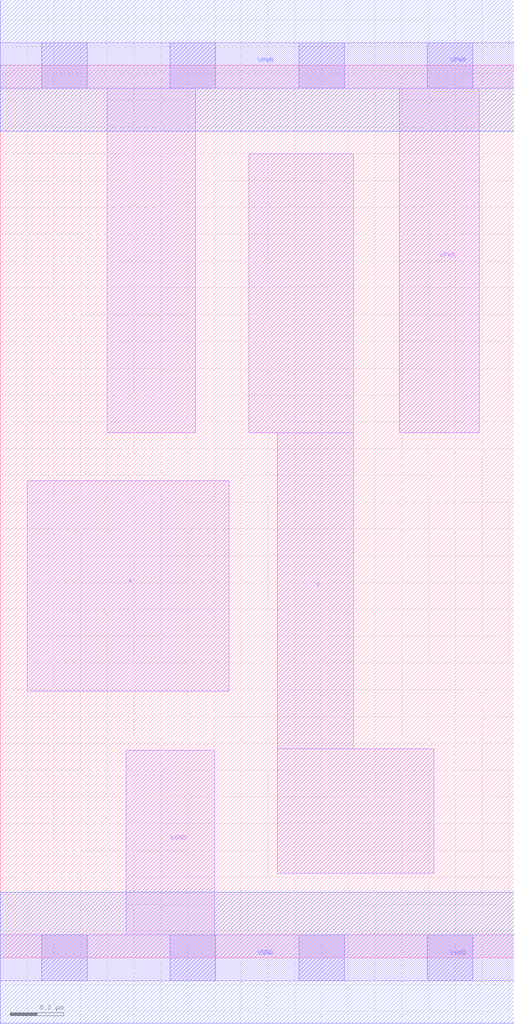
<source format=lef>
# Copyright 2020 The SkyWater PDK Authors
#
# Licensed under the Apache License, Version 2.0 (the "License");
# you may not use this file except in compliance with the License.
# You may obtain a copy of the License at
#
#     https://www.apache.org/licenses/LICENSE-2.0
#
# Unless required by applicable law or agreed to in writing, software
# distributed under the License is distributed on an "AS IS" BASIS,
# WITHOUT WARRANTIES OR CONDITIONS OF ANY KIND, either express or implied.
# See the License for the specific language governing permissions and
# limitations under the License.
#
# SPDX-License-Identifier: Apache-2.0

VERSION 5.7 ;
  NAMESCASESENSITIVE ON ;
  NOWIREEXTENSIONATPIN ON ;
  DIVIDERCHAR "/" ;
  BUSBITCHARS "[]" ;
UNITS
  DATABASE MICRONS 200 ;
END UNITS
MACRO sky130_fd_sc_lp__clkinvlp_2
  CLASS CORE ;
  SOURCE USER ;
  FOREIGN sky130_fd_sc_lp__clkinvlp_2 ;
  ORIGIN  0.000000  0.000000 ;
  SIZE  1.920000 BY  3.330000 ;
  SYMMETRY X Y R90 ;
  SITE unit ;
  PIN A
    ANTENNAGATEAREA  0.665000 ;
    DIRECTION INPUT ;
    USE SIGNAL ;
    PORT
      LAYER li1 ;
        RECT 0.100000 0.995000 0.855000 1.780000 ;
    END
  END A
  PIN Y
    ANTENNADIFFAREA  0.436750 ;
    DIRECTION OUTPUT ;
    USE SIGNAL ;
    PORT
      LAYER li1 ;
        RECT 0.930000 1.960000 1.320000 3.000000 ;
        RECT 1.035000 0.315000 1.620000 0.780000 ;
        RECT 1.035000 0.780000 1.320000 1.960000 ;
    END
  END Y
  PIN VGND
    DIRECTION INOUT ;
    USE GROUND ;
    PORT
      LAYER li1 ;
        RECT 0.000000 -0.085000 1.920000 0.085000 ;
        RECT 0.470000  0.085000 0.800000 0.775000 ;
      LAYER mcon ;
        RECT 0.155000 -0.085000 0.325000 0.085000 ;
        RECT 0.635000 -0.085000 0.805000 0.085000 ;
        RECT 1.115000 -0.085000 1.285000 0.085000 ;
        RECT 1.595000 -0.085000 1.765000 0.085000 ;
      LAYER met1 ;
        RECT 0.000000 -0.245000 1.920000 0.245000 ;
    END
  END VGND
  PIN VPWR
    DIRECTION INOUT ;
    USE POWER ;
    PORT
      LAYER li1 ;
        RECT 0.000000 3.245000 1.920000 3.415000 ;
        RECT 0.400000 1.960000 0.730000 3.245000 ;
        RECT 1.490000 1.960000 1.790000 3.245000 ;
      LAYER mcon ;
        RECT 0.155000 3.245000 0.325000 3.415000 ;
        RECT 0.635000 3.245000 0.805000 3.415000 ;
        RECT 1.115000 3.245000 1.285000 3.415000 ;
        RECT 1.595000 3.245000 1.765000 3.415000 ;
      LAYER met1 ;
        RECT 0.000000 3.085000 1.920000 3.575000 ;
    END
  END VPWR
END sky130_fd_sc_lp__clkinvlp_2

</source>
